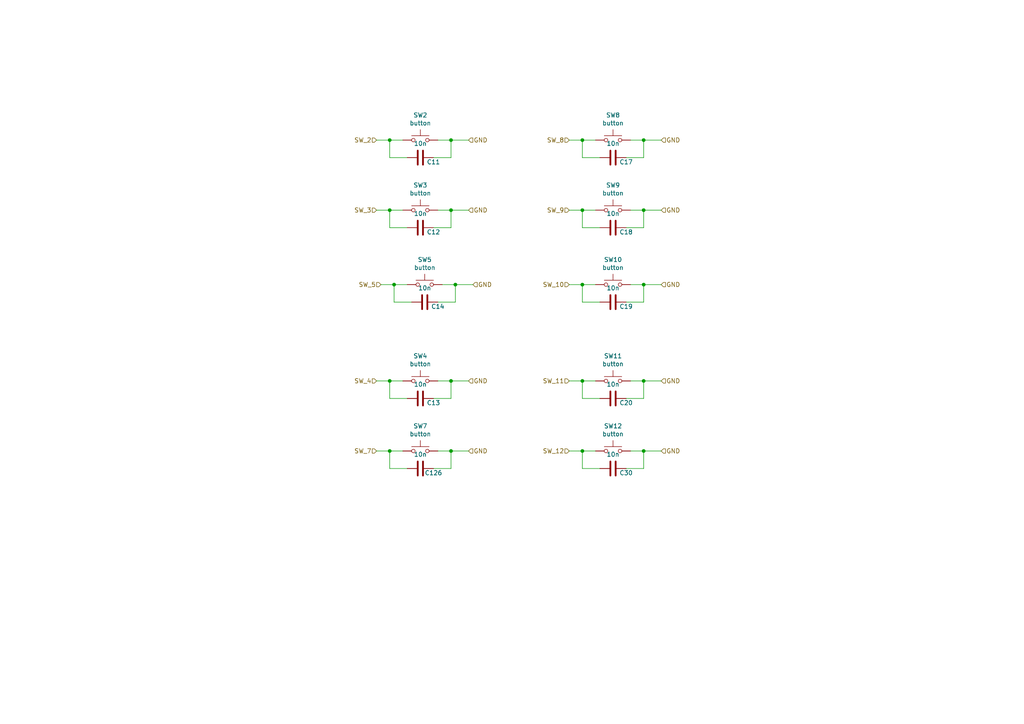
<source format=kicad_sch>
(kicad_sch (version 20211123) (generator eeschema)
  (paper "A4")
  (lib_symbols
    (symbol "Device:C" (pin_numbers hide) (pin_names (offset 0.254))
      (property "Reference" "C" (at 0.635 2.54 0))
      (property "Value" "C" (at 0.635 -2.54 0))
      (symbol "C_0_1"
        (polyline (pts (xy -2.032 -0.762) (xy 2.032 -0.762)) (stroke (width 0.508)))
        (polyline (pts (xy -2.032 0.762) (xy 2.032 0.762)) (stroke (width 0.508)))
      )
      (symbol "C_1_1"
        (pin passive line (at 0 3.81 270) (length 2.794) (name "~") (number "1"))
        (pin passive line (at 0 -3.81 90) (length 2.794) (name "~") (number "2"))
      )
    )
    (symbol "Switch:SW_Push" (pin_numbers hide) (pin_names (offset 1.016) hide)
      (property "Reference" "SW" (at 1.27 2.54 0))
      (property "Value" "SW_Push" (at 0 -1.524 0))
      (symbol "SW_Push_0_1"
        (circle (center -2.032 0) (radius 0.508))
        (polyline (pts (xy 0 1.27) (xy 0 3.048)))
        (polyline (pts (xy 2.54 1.27) (xy -2.54 1.27)))
        (circle (center 2.032 0) (radius 0.508))
        (pin passive line (at -5.08 0 0) (length 2.54) (name "1") (number "1"))
        (pin passive line (at 5.08 0 180) (length 2.54) (name "2") (number "2"))
      )
    )
  )
  (junction (at 130.81 60.96))
  (junction (at 186.69 110.49))
  (junction (at 168.91 82.55))
  (junction (at 132.08 82.55))
  (junction (at 186.69 40.64))
  (junction (at 186.69 60.96))
  (junction (at 113.03 130.81))
  (junction (at 168.91 110.49))
  (junction (at 168.91 130.81))
  (junction (at 130.81 40.64))
  (junction (at 113.03 40.64))
  (junction (at 186.69 82.55))
  (junction (at 186.69 130.81))
  (junction (at 168.91 40.64))
  (junction (at 168.91 60.96))
  (junction (at 130.81 110.49))
  (junction (at 113.03 60.96))
  (junction (at 113.03 110.49))
  (junction (at 130.81 130.81))
  (junction (at 114.3 82.55))
  (wire (pts (xy 186.69 115.57) (xy 181.61 115.57)))
  (wire (pts (xy 130.81 110.49) (xy 130.81 115.57)))
  (wire (pts (xy 130.81 60.96) (xy 130.81 66.04)))
  (wire (pts (xy 130.81 66.04) (xy 125.73 66.04)))
  (wire (pts (xy 172.72 130.81) (xy 168.91 130.81)))
  (wire (pts (xy 135.89 60.96) (xy 130.81 60.96)))
  (wire (pts (xy 182.88 40.64) (xy 186.69 40.64)))
  (wire (pts (xy 113.03 60.96) (xy 113.03 66.04)))
  (wire (pts (xy 114.3 87.63) (xy 119.38 87.63)))
  (wire (pts (xy 130.81 45.72) (xy 125.73 45.72)))
  (wire (pts (xy 172.72 82.55) (xy 168.91 82.55)))
  (wire (pts (xy 114.3 82.55) (xy 114.3 87.63)))
  (wire (pts (xy 109.22 40.64) (xy 113.03 40.64)))
  (wire (pts (xy 168.91 87.63) (xy 173.99 87.63)))
  (wire (pts (xy 168.91 60.96) (xy 168.91 66.04)))
  (wire (pts (xy 127 40.64) (xy 130.81 40.64)))
  (wire (pts (xy 113.03 115.57) (xy 118.11 115.57)))
  (wire (pts (xy 135.89 110.49) (xy 130.81 110.49)))
  (wire (pts (xy 168.91 45.72) (xy 173.99 45.72)))
  (wire (pts (xy 109.22 110.49) (xy 113.03 110.49)))
  (wire (pts (xy 127 60.96) (xy 130.81 60.96)))
  (wire (pts (xy 186.69 60.96) (xy 186.69 66.04)))
  (wire (pts (xy 165.1 82.55) (xy 168.91 82.55)))
  (wire (pts (xy 132.08 87.63) (xy 127 87.63)))
  (wire (pts (xy 168.91 110.49) (xy 168.91 115.57)))
  (wire (pts (xy 186.69 66.04) (xy 181.61 66.04)))
  (wire (pts (xy 182.88 130.81) (xy 186.69 130.81)))
  (wire (pts (xy 186.69 110.49) (xy 186.69 115.57)))
  (wire (pts (xy 130.81 115.57) (xy 125.73 115.57)))
  (wire (pts (xy 113.03 66.04) (xy 118.11 66.04)))
  (wire (pts (xy 191.77 82.55) (xy 186.69 82.55)))
  (wire (pts (xy 132.08 82.55) (xy 132.08 87.63)))
  (wire (pts (xy 168.91 115.57) (xy 173.99 115.57)))
  (wire (pts (xy 172.72 40.64) (xy 168.91 40.64)))
  (wire (pts (xy 113.03 110.49) (xy 113.03 115.57)))
  (wire (pts (xy 168.91 82.55) (xy 168.91 87.63)))
  (wire (pts (xy 135.89 130.81) (xy 130.81 130.81)))
  (wire (pts (xy 165.1 60.96) (xy 168.91 60.96)))
  (wire (pts (xy 116.84 130.81) (xy 113.03 130.81)))
  (wire (pts (xy 130.81 130.81) (xy 130.81 135.89)))
  (wire (pts (xy 182.88 82.55) (xy 186.69 82.55)))
  (wire (pts (xy 168.91 135.89) (xy 173.99 135.89)))
  (wire (pts (xy 113.03 135.89) (xy 118.11 135.89)))
  (wire (pts (xy 127 130.81) (xy 130.81 130.81)))
  (wire (pts (xy 186.69 87.63) (xy 181.61 87.63)))
  (wire (pts (xy 109.22 130.81) (xy 113.03 130.81)))
  (wire (pts (xy 130.81 40.64) (xy 130.81 45.72)))
  (wire (pts (xy 186.69 82.55) (xy 186.69 87.63)))
  (wire (pts (xy 165.1 130.81) (xy 168.91 130.81)))
  (wire (pts (xy 191.77 60.96) (xy 186.69 60.96)))
  (wire (pts (xy 191.77 110.49) (xy 186.69 110.49)))
  (wire (pts (xy 130.81 135.89) (xy 125.73 135.89)))
  (wire (pts (xy 113.03 40.64) (xy 113.03 45.72)))
  (wire (pts (xy 113.03 130.81) (xy 113.03 135.89)))
  (wire (pts (xy 116.84 110.49) (xy 113.03 110.49)))
  (wire (pts (xy 168.91 40.64) (xy 168.91 45.72)))
  (wire (pts (xy 116.84 60.96) (xy 113.03 60.96)))
  (wire (pts (xy 182.88 110.49) (xy 186.69 110.49)))
  (wire (pts (xy 135.89 40.64) (xy 130.81 40.64)))
  (wire (pts (xy 191.77 130.81) (xy 186.69 130.81)))
  (wire (pts (xy 110.49 82.55) (xy 114.3 82.55)))
  (wire (pts (xy 168.91 130.81) (xy 168.91 135.89)))
  (wire (pts (xy 127 110.49) (xy 130.81 110.49)))
  (wire (pts (xy 128.27 82.55) (xy 132.08 82.55)))
  (wire (pts (xy 118.11 82.55) (xy 114.3 82.55)))
  (wire (pts (xy 186.69 135.89) (xy 181.61 135.89)))
  (wire (pts (xy 165.1 40.64) (xy 168.91 40.64)))
  (wire (pts (xy 191.77 40.64) (xy 186.69 40.64)))
  (wire (pts (xy 113.03 45.72) (xy 118.11 45.72)))
  (wire (pts (xy 186.69 130.81) (xy 186.69 135.89)))
  (wire (pts (xy 116.84 40.64) (xy 113.03 40.64)))
  (wire (pts (xy 186.69 40.64) (xy 186.69 45.72)))
  (wire (pts (xy 182.88 60.96) (xy 186.69 60.96)))
  (wire (pts (xy 109.22 60.96) (xy 113.03 60.96)))
  (wire (pts (xy 172.72 60.96) (xy 168.91 60.96)))
  (wire (pts (xy 172.72 110.49) (xy 168.91 110.49)))
  (wire (pts (xy 165.1 110.49) (xy 168.91 110.49)))
  (wire (pts (xy 168.91 66.04) (xy 173.99 66.04)))
  (wire (pts (xy 186.69 45.72) (xy 181.61 45.72)))
  (wire (pts (xy 137.16 82.55) (xy 132.08 82.55)))
  (hierarchical_label "SW_4" (shape input) (at 109.22 110.49 180))
  (hierarchical_label "GND" (shape input) (at 191.77 110.49 0))
  (hierarchical_label "SW_12" (shape input) (at 165.1 130.81 180))
  (hierarchical_label "SW_2" (shape input) (at 109.22 40.64 180))
  (hierarchical_label "GND" (shape input) (at 191.77 40.64 0))
  (hierarchical_label "SW_8" (shape input) (at 165.1 40.64 180))
  (hierarchical_label "SW_10" (shape input) (at 165.1 82.55 180))
  (hierarchical_label "GND" (shape input) (at 191.77 130.81 0))
  (hierarchical_label "SW_11" (shape input) (at 165.1 110.49 180))
  (hierarchical_label "GND" (shape input) (at 137.16 82.55 0))
  (hierarchical_label "SW_7" (shape input) (at 109.22 130.81 180))
  (hierarchical_label "SW_9" (shape input) (at 165.1 60.96 180))
  (hierarchical_label "GND" (shape input) (at 135.89 110.49 0))
  (hierarchical_label "GND" (shape input) (at 191.77 82.55 0))
  (hierarchical_label "GND" (shape input) (at 135.89 60.96 0))
  (hierarchical_label "SW_3" (shape input) (at 109.22 60.96 180))
  (hierarchical_label "GND" (shape input) (at 191.77 60.96 0))
  (hierarchical_label "GND" (shape input) (at 135.89 130.81 0))
  (hierarchical_label "SW_5" (shape input) (at 110.49 82.55 180))
  (hierarchical_label "GND" (shape input) (at 135.89 40.64 0))
  (symbol (lib_id "Switch:SW_Push") (at 121.92 110.49 0) (unit 1)
    (property "Reference" "SW4" (at 121.92 103.251 0))
    (property "Value" "button" (at 121.92 105.5624 0))
    (property "Footprint" "my_library:Tactile_switch" (effects hide))
    (property "LCSC" "C318887" (effects hide))
    (property "JLCPCB_CORRECTION" "0;0;0" (effects hide))
  )
  (symbol (lib_id "Device:C") (at 121.92 115.57 270) (unit 1)
    (property "Reference" "C13" (at 125.73 116.84 90))
    (property "Value" "10n" (at 121.92 111.4806 90))
    (property "Footprint" "Capacitor_SMD:C_0402_1005Metric" (effects hide))
    (property "LCSC" "C15195" (effects hide))
    (property "JLCPCB_CORRECTION" "0;0;0" (effects hide))
  )
  (symbol (lib_id "Switch:SW_Push") (at 177.8 110.49 0) (unit 1)
    (property "Reference" "SW11" (at 177.8 103.251 0))
    (property "Value" "button" (at 177.8 105.5624 0))
    (property "Footprint" "my_library:Tactile_switch" (effects hide))
    (property "LCSC" "C318887" (effects hide))
    (property "JLCPCB_CORRECTION" "0;0;0" (effects hide))
  )
  (symbol (lib_id "Device:C") (at 177.8 115.57 270) (unit 1)
    (property "Reference" "C20" (at 181.61 116.84 90))
    (property "Value" "10n" (at 177.8 111.4806 90))
    (property "Footprint" "Capacitor_SMD:C_0402_1005Metric" (effects hide))
    (property "LCSC" "C15195" (effects hide))
    (property "JLCPCB_CORRECTION" "0;0;0" (effects hide))
  )
  (symbol (lib_id "Switch:SW_Push") (at 121.92 60.96 0) (unit 1)
    (property "Reference" "SW3" (at 121.92 53.721 0))
    (property "Value" "button" (at 121.92 56.0324 0))
    (property "Footprint" "my_library:Tactile_switch" (effects hide))
    (property "LCSC" "C318887" (effects hide))
    (property "JLCPCB_CORRECTION" "0;0;0" (effects hide))
  )
  (symbol (lib_id "Device:C") (at 121.92 66.04 270) (unit 1)
    (property "Reference" "C12" (at 125.73 67.31 90))
    (property "Value" "10n" (at 121.92 61.9506 90))
    (property "Footprint" "Capacitor_SMD:C_0402_1005Metric" (effects hide))
    (property "LCSC" "C15195" (effects hide))
    (property "JLCPCB_CORRECTION" "0;0;0" (effects hide))
  )
  (symbol (lib_id "Switch:SW_Push") (at 123.19 82.55 0) (unit 1)
    (property "Reference" "SW5" (at 123.19 75.311 0))
    (property "Value" "button" (at 123.19 77.6224 0))
    (property "Footprint" "my_library:Tactile_switch" (effects hide))
    (property "LCSC" "C318887" (effects hide))
    (property "JLCPCB_CORRECTION" "0;0;0" (effects hide))
  )
  (symbol (lib_id "Device:C") (at 123.19 87.63 270) (unit 1)
    (property "Reference" "C14" (at 127 88.9 90))
    (property "Value" "10n" (at 123.19 83.5406 90))
    (property "Footprint" "Capacitor_SMD:C_0402_1005Metric" (effects hide))
    (property "LCSC" "C15195" (effects hide))
    (property "JLCPCB_CORRECTION" "0;0;0" (effects hide))
  )
  (symbol (lib_id "Switch:SW_Push") (at 177.8 60.96 0) (unit 1)
    (property "Reference" "SW9" (at 177.8 53.721 0))
    (property "Value" "button" (at 177.8 56.0324 0))
    (property "Footprint" "my_library:Tactile_switch" (effects hide))
    (property "LCSC" "C318887" (effects hide))
    (property "JLCPCB_CORRECTION" "0;0;0" (effects hide))
  )
  (symbol (lib_id "Device:C") (at 177.8 66.04 270) (unit 1)
    (property "Reference" "C18" (at 181.61 67.31 90))
    (property "Value" "10n" (at 177.8 61.9506 90))
    (property "Footprint" "Capacitor_SMD:C_0402_1005Metric" (effects hide))
    (property "LCSC" "C15195" (effects hide))
    (property "JLCPCB_CORRECTION" "0;0;0" (effects hide))
  )
  (symbol (lib_id "Switch:SW_Push") (at 177.8 82.55 0) (unit 1)
    (property "Reference" "SW10" (at 177.8 75.311 0))
    (property "Value" "button" (at 177.8 77.6224 0))
    (property "Footprint" "my_library:Tactile_switch" (effects hide))
    (property "LCSC" "C318887" (effects hide))
    (property "JLCPCB_CORRECTION" "0;0;0" (effects hide))
  )
  (symbol (lib_id "Device:C") (at 177.8 87.63 270) (unit 1)
    (property "Reference" "C19" (at 181.61 88.9 90))
    (property "Value" "10n" (at 177.8 83.5406 90))
    (property "Footprint" "Capacitor_SMD:C_0402_1005Metric" (effects hide))
    (property "LCSC" "C15195" (effects hide))
    (property "JLCPCB_CORRECTION" "0;0;0" (effects hide))
  )
  (symbol (lib_id "Switch:SW_Push") (at 121.92 40.64 0) (unit 1)
    (property "Reference" "SW2" (at 121.92 33.401 0))
    (property "Value" "button" (at 121.92 35.7124 0))
    (property "Footprint" "my_library:Tactile_switch" (effects hide))
    (property "LCSC" "C318887" (effects hide))
    (property "JLCPCB_CORRECTION" "0;0;0" (effects hide))
  )
  (symbol (lib_id "Device:C") (at 121.92 45.72 270) (unit 1)
    (property "Reference" "C11" (at 125.73 46.99 90))
    (property "Value" "10n" (at 121.92 41.6306 90))
    (property "Footprint" "Capacitor_SMD:C_0402_1005Metric" (effects hide))
    (property "LCSC" "C15195" (effects hide))
    (property "JLCPCB_CORRECTION" "0;0;0" (effects hide))
  )
  (symbol (lib_id "Switch:SW_Push") (at 177.8 40.64 0) (unit 1)
    (property "Reference" "SW8" (at 177.8 33.401 0))
    (property "Value" "button" (at 177.8 35.7124 0))
    (property "Footprint" "my_library:Tactile_switch" (effects hide))
    (property "LCSC" "C318887" (effects hide))
    (property "JLCPCB_CORRECTION" "0;0;0" (effects hide))
  )
  (symbol (lib_id "Device:C") (at 177.8 45.72 270) (unit 1)
    (property "Reference" "C17" (at 181.61 46.99 90))
    (property "Value" "10n" (at 177.8 41.6306 90))
    (property "Footprint" "Capacitor_SMD:C_0402_1005Metric" (effects hide))
    (property "LCSC" "C15195" (effects hide))
    (property "JLCPCB_CORRECTION" "0;0;0" (effects hide))
  )
  (symbol (lib_id "Device:C") (at 121.92 135.89 270) (unit 1)
    (property "Reference" "C126" (at 125.73 137.16 90))
    (property "Value" "10n" (at 121.92 131.8006 90))
    (property "Footprint" "Capacitor_SMD:C_0402_1005Metric" (effects hide))
    (property "LCSC" "C15195" (effects hide))
    (property "JLCPCB_CORRECTION" "0;0;0" (effects hide))
  )
  (symbol (lib_id "Switch:SW_Push") (at 121.92 130.81 0) (unit 1)
    (property "Reference" "SW7" (at 121.92 123.571 0))
    (property "Value" "button" (at 121.92 125.8824 0))
    (property "Footprint" "my_library:Tactile_switch" (effects hide))
    (property "LCSC" "C318887" (effects hide))
    (property "JLCPCB_CORRECTION" "0;0;0" (effects hide))
  )
  (symbol (lib_id "Device:C") (at 177.8 135.89 270) (unit 1)
    (property "Reference" "C30" (at 181.61 137.16 90))
    (property "Value" "10n" (at 177.8 131.8006 90))
    (property "Footprint" "Capacitor_SMD:C_0402_1005Metric" (effects hide))
    (property "LCSC" "C15195" (effects hide))
    (property "JLCPCB_CORRECTION" "0;0;0" (effects hide))
  )
  (symbol (lib_id "Switch:SW_Push") (at 177.8 130.81 0) (unit 1)
    (property "Reference" "SW12" (at 177.8 123.571 0))
    (property "Value" "button" (at 177.8 125.8824 0))
    (property "Footprint" "my_library:Tactile_switch" (effects hide))
    (property "LCSC" "C318887" (effects hide))
    (property "JLCPCB_CORRECTION" "0;0;0" (effects hide))
  )
)
</source>
